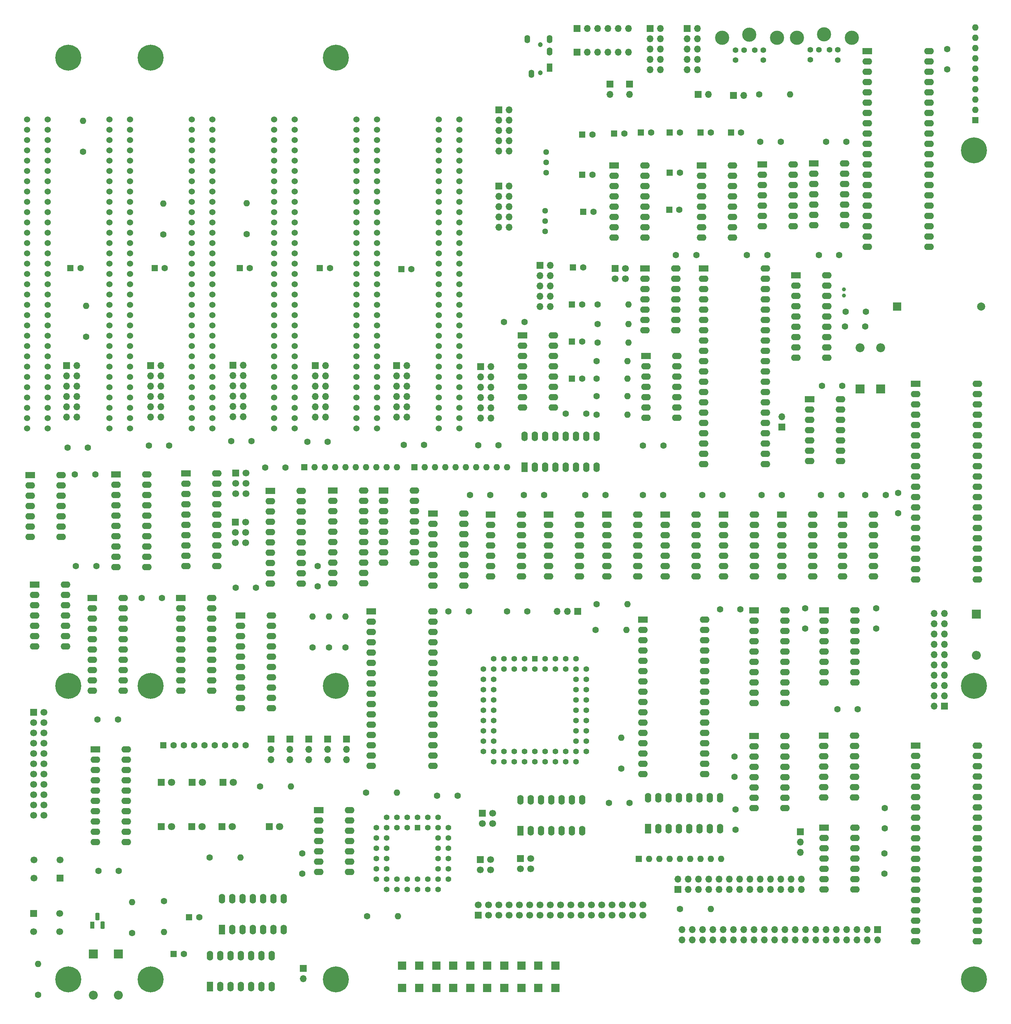
<source format=gts>
%TF.GenerationSoftware,KiCad,Pcbnew,9.0.2*%
%TF.CreationDate,2025-11-30T17:08:26-06:00*%
%TF.ProjectId,N8PC,4e385043-2e6b-4696-9361-645f70636258,6/20/2025 004*%
%TF.SameCoordinates,Original*%
%TF.FileFunction,Soldermask,Top*%
%TF.FilePolarity,Negative*%
%FSLAX46Y46*%
G04 Gerber Fmt 4.6, Leading zero omitted, Abs format (unit mm)*
G04 Created by KiCad (PCBNEW 9.0.2) date 2025-11-30 17:08:26*
%MOMM*%
%LPD*%
G01*
G04 APERTURE LIST*
G04 Aperture macros list*
%AMRoundRect*
0 Rectangle with rounded corners*
0 $1 Rounding radius*
0 $2 $3 $4 $5 $6 $7 $8 $9 X,Y pos of 4 corners*
0 Add a 4 corners polygon primitive as box body*
4,1,4,$2,$3,$4,$5,$6,$7,$8,$9,$2,$3,0*
0 Add four circle primitives for the rounded corners*
1,1,$1+$1,$2,$3*
1,1,$1+$1,$4,$5*
1,1,$1+$1,$6,$7*
1,1,$1+$1,$8,$9*
0 Add four rect primitives between the rounded corners*
20,1,$1+$1,$2,$3,$4,$5,0*
20,1,$1+$1,$4,$5,$6,$7,0*
20,1,$1+$1,$6,$7,$8,$9,0*
20,1,$1+$1,$8,$9,$2,$3,0*%
G04 Aperture macros list end*
%ADD10R,1.700000X1.700000*%
%ADD11C,1.700000*%
%ADD12O,1.700000X1.700000*%
%ADD13C,1.600000*%
%ADD14O,1.600000X1.600000*%
%ADD15R,2.400000X1.600000*%
%ADD16O,2.400000X1.600000*%
%ADD17R,1.600000X2.400000*%
%ADD18O,1.600000X2.400000*%
%ADD19R,2.200000X2.200000*%
%ADD20O,2.200000X2.200000*%
%ADD21R,1.600000X1.600000*%
%ADD22C,1.000000*%
%ADD23C,3.600000*%
%ADD24C,6.400000*%
%ADD25R,2.125980X2.125980*%
%ADD26C,1.422400*%
%ADD27C,3.497580*%
%ADD28C,1.524000*%
%ADD29R,1.800000X1.800000*%
%ADD30C,1.800000*%
%ADD31C,1.440000*%
%ADD32R,2.000000X2.000000*%
%ADD33C,2.000000*%
%ADD34O,1.400000X2.000000*%
%ADD35C,1.200000*%
%ADD36R,1.400000X2.000000*%
%ADD37R,1.422400X1.422400*%
%ADD38R,1.100000X1.800000*%
%ADD39RoundRect,0.275000X-0.275000X-0.625000X0.275000X-0.625000X0.275000X0.625000X-0.275000X0.625000X0*%
G04 APERTURE END LIST*
D10*
%TO.C,SW1*%
X74422000Y-277440000D03*
D11*
X80922000Y-277440000D03*
X74422000Y-281940000D03*
X80922000Y-281940000D03*
%TD*%
D10*
%TO.C,SW2*%
X81006000Y-268744000D03*
D11*
X74506000Y-268744000D03*
X81006000Y-264244000D03*
X74506000Y-264244000D03*
%TD*%
D10*
%TO.C,P12*%
X140988600Y-291033600D03*
D12*
X140988600Y-293573600D03*
%TD*%
D10*
%TO.C,JP3*%
X247142000Y-75692000D03*
D12*
X249682000Y-75692000D03*
%TD*%
D13*
%TO.C,R6*%
X86638000Y-89628000D03*
D14*
X86638000Y-82008000D03*
%TD*%
D13*
%TO.C,R7*%
X143256000Y-211836000D03*
D14*
X143256000Y-204216000D03*
%TD*%
D13*
%TO.C,R4*%
X253492000Y-75438000D03*
D14*
X261112000Y-75438000D03*
%TD*%
D13*
%TO.C,R1*%
X106654600Y-274396200D03*
D14*
X106654600Y-282016200D03*
%TD*%
D13*
%TO.C,R3*%
X98780600Y-282321000D03*
D14*
X98780600Y-274701000D03*
%TD*%
D13*
%TO.C,R2*%
X75582200Y-297507000D03*
D14*
X75582200Y-289887000D03*
%TD*%
D10*
%TO.C,P18*%
X235712000Y-59182000D03*
D12*
X238252000Y-59182000D03*
X235712000Y-61722000D03*
X238252000Y-61722000D03*
X235712000Y-64262000D03*
X238252000Y-64262000D03*
X235712000Y-66802000D03*
X238252000Y-66802000D03*
X235712000Y-69342000D03*
X238252000Y-69342000D03*
%TD*%
D10*
%TO.C,P15*%
X199390000Y-117602000D03*
D12*
X201930000Y-117602000D03*
X199390000Y-120142000D03*
X201930000Y-120142000D03*
X199390000Y-122682000D03*
X201930000Y-122682000D03*
X199390000Y-125222000D03*
X201930000Y-125222000D03*
X199390000Y-127762000D03*
X201930000Y-127762000D03*
%TD*%
D10*
%TO.C,P1*%
X124230000Y-180930000D03*
D11*
X126770000Y-180930000D03*
X124230000Y-183470000D03*
X126770000Y-183470000D03*
X124230000Y-186010000D03*
X126770000Y-186010000D03*
%TD*%
D15*
%TO.C,U8*%
X215950800Y-179070000D03*
D16*
X215950800Y-181610000D03*
X215950800Y-184150000D03*
X215950800Y-186690000D03*
X215950800Y-189230000D03*
X215950800Y-191770000D03*
X215950800Y-194310000D03*
X223570800Y-194310000D03*
X223570800Y-191770000D03*
X223570800Y-189230000D03*
X223570800Y-186690000D03*
X223570800Y-184150000D03*
X223570800Y-181610000D03*
X223570800Y-179070000D03*
%TD*%
D15*
%TO.C,U48*%
X239776000Y-118364000D03*
D16*
X239776000Y-120904000D03*
X239776000Y-123444000D03*
X239776000Y-125984000D03*
X239776000Y-128524000D03*
X239776000Y-131064000D03*
X239776000Y-133604000D03*
X239776000Y-136144000D03*
X239776000Y-138684000D03*
X239776000Y-141224000D03*
X239776000Y-143764000D03*
X239776000Y-146304000D03*
X239776000Y-148844000D03*
X239776000Y-151384000D03*
X239776000Y-153924000D03*
X239776000Y-156464000D03*
X239776000Y-159004000D03*
X239776000Y-161544000D03*
X239776000Y-164084000D03*
X239776000Y-166624000D03*
X255016000Y-166624000D03*
X255016000Y-164084000D03*
X255016000Y-161544000D03*
X255016000Y-159004000D03*
X255016000Y-156464000D03*
X255016000Y-153924000D03*
X255016000Y-151384000D03*
X255016000Y-148844000D03*
X255016000Y-146304000D03*
X255016000Y-143764000D03*
X255016000Y-141224000D03*
X255016000Y-138684000D03*
X255016000Y-136144000D03*
X255016000Y-133604000D03*
X255016000Y-131064000D03*
X255016000Y-128524000D03*
X255016000Y-125984000D03*
X255016000Y-123444000D03*
X255016000Y-120904000D03*
X255016000Y-118364000D03*
%TD*%
D15*
%TO.C,U38*%
X292126000Y-236042000D03*
D16*
X292126000Y-238582000D03*
X292126000Y-241122000D03*
X292126000Y-243662000D03*
X292126000Y-246202000D03*
X292126000Y-248742000D03*
X292126000Y-251282000D03*
X292126000Y-253822000D03*
X292126000Y-256362000D03*
X292126000Y-258902000D03*
X292126000Y-261442000D03*
X292126000Y-263982000D03*
X292126000Y-266522000D03*
X292126000Y-269062000D03*
X292126000Y-271602000D03*
X292126000Y-274142000D03*
X292126000Y-276682000D03*
X292126000Y-279222000D03*
X292126000Y-281762000D03*
X292126000Y-284302000D03*
X307366000Y-284302000D03*
X307366000Y-281762000D03*
X307366000Y-279222000D03*
X307366000Y-276682000D03*
X307366000Y-274142000D03*
X307366000Y-271602000D03*
X307366000Y-269062000D03*
X307366000Y-266522000D03*
X307366000Y-263982000D03*
X307366000Y-261442000D03*
X307366000Y-258902000D03*
X307366000Y-256362000D03*
X307366000Y-253822000D03*
X307366000Y-251282000D03*
X307366000Y-248742000D03*
X307366000Y-246202000D03*
X307366000Y-243662000D03*
X307366000Y-241122000D03*
X307366000Y-238582000D03*
X307366000Y-236042000D03*
%TD*%
D15*
%TO.C,U39*%
X269488000Y-233594000D03*
D16*
X269488000Y-236134000D03*
X269488000Y-238674000D03*
X269488000Y-241214000D03*
X269488000Y-243754000D03*
X269488000Y-246294000D03*
X269488000Y-248834000D03*
X277108000Y-248834000D03*
X277108000Y-246294000D03*
X277108000Y-243754000D03*
X277108000Y-241214000D03*
X277108000Y-238674000D03*
X277108000Y-236134000D03*
X277108000Y-233594000D03*
%TD*%
D15*
%TO.C,U34*%
X225298000Y-118364000D03*
D16*
X225298000Y-120904000D03*
X225298000Y-123444000D03*
X225298000Y-125984000D03*
X225298000Y-128524000D03*
X225298000Y-131064000D03*
X225298000Y-133604000D03*
X232918000Y-133604000D03*
X232918000Y-131064000D03*
X232918000Y-128524000D03*
X232918000Y-125984000D03*
X232918000Y-123444000D03*
X232918000Y-120904000D03*
X232918000Y-118364000D03*
%TD*%
D15*
%TO.C,U49*%
X265938000Y-150622000D03*
D16*
X265938000Y-153162000D03*
X265938000Y-155702000D03*
X265938000Y-158242000D03*
X265938000Y-160782000D03*
X265938000Y-163322000D03*
X265938000Y-165862000D03*
X273558000Y-165862000D03*
X273558000Y-163322000D03*
X273558000Y-160782000D03*
X273558000Y-158242000D03*
X273558000Y-155702000D03*
X273558000Y-153162000D03*
X273558000Y-150622000D03*
%TD*%
D17*
%TO.C,U19*%
X117950800Y-295534400D03*
D18*
X120490800Y-295534400D03*
X123030800Y-295534400D03*
X125570800Y-295534400D03*
X128110800Y-295534400D03*
X130650800Y-295534400D03*
X133190800Y-295534400D03*
X133190800Y-287914400D03*
X130650800Y-287914400D03*
X128110800Y-287914400D03*
X125570800Y-287914400D03*
X123030800Y-287914400D03*
X120490800Y-287914400D03*
X117950800Y-287914400D03*
%TD*%
D15*
%TO.C,P14*%
X73654000Y-169332000D03*
D16*
X73654000Y-171872000D03*
X73654000Y-174412000D03*
X73654000Y-176952000D03*
X73654000Y-179492000D03*
X73654000Y-182032000D03*
X73654000Y-184572000D03*
X81274000Y-184572000D03*
X81274000Y-182032000D03*
X81274000Y-179492000D03*
X81274000Y-176952000D03*
X81274000Y-174412000D03*
X81274000Y-171872000D03*
X81274000Y-169332000D03*
%TD*%
D15*
%TO.C,U7*%
X230327200Y-179070000D03*
D16*
X230327200Y-181610000D03*
X230327200Y-184150000D03*
X230327200Y-186690000D03*
X230327200Y-189230000D03*
X230327200Y-191770000D03*
X230327200Y-194310000D03*
X237947200Y-194310000D03*
X237947200Y-191770000D03*
X237947200Y-189230000D03*
X237947200Y-186690000D03*
X237947200Y-184150000D03*
X237947200Y-181610000D03*
X237947200Y-179070000D03*
%TD*%
D19*
%TO.C,D2*%
X89197800Y-287453400D03*
D20*
X89197800Y-297613400D03*
%TD*%
D19*
%TO.C,D1*%
X95395400Y-287453400D03*
D20*
X95395400Y-297613400D03*
%TD*%
D13*
%TO.C,C29*%
X123259400Y-160990600D03*
X128259400Y-160990600D03*
%TD*%
%TO.C,C46*%
X102934600Y-162030600D03*
X107934600Y-162030600D03*
%TD*%
%TO.C,C44*%
X239481600Y-174244000D03*
X244481600Y-174244000D03*
%TD*%
%TO.C,C39*%
X224870000Y-162052000D03*
X229870000Y-162052000D03*
%TD*%
%TO.C,C36*%
X124292000Y-197104000D03*
X129292000Y-197104000D03*
%TD*%
%TO.C,C25*%
X216488000Y-250190000D03*
X221488000Y-250190000D03*
%TD*%
%TO.C,C48*%
X82868600Y-162589400D03*
X87868600Y-162589400D03*
%TD*%
%TO.C,C50*%
X254146800Y-174244000D03*
X259146800Y-174244000D03*
%TD*%
%TO.C,C52*%
X144530000Y-191800000D03*
X144530000Y-196800000D03*
%TD*%
%TO.C,C54*%
X275036000Y-87098000D03*
X270036000Y-87098000D03*
%TD*%
D21*
%TO.C,C62*%
X209844000Y-85344000D03*
D13*
X212344000Y-85344000D03*
%TD*%
D21*
%TO.C,C58*%
X224322000Y-84836000D03*
D13*
X226822000Y-84836000D03*
%TD*%
%TO.C,C24*%
X268270000Y-115086000D03*
X273270000Y-115086000D03*
%TD*%
%TO.C,C23*%
X268986000Y-147320000D03*
X273986000Y-147320000D03*
%TD*%
%TO.C,C27*%
X284504000Y-256494000D03*
X284504000Y-251494000D03*
%TD*%
%TO.C,C19*%
X264898000Y-202230000D03*
X264898000Y-207230000D03*
%TD*%
%TO.C,C31*%
X284456000Y-262682000D03*
X284456000Y-267682000D03*
%TD*%
%TO.C,C38*%
X182164000Y-174268000D03*
X187164000Y-174268000D03*
%TD*%
%TO.C,C15*%
X90470000Y-266978000D03*
X95470000Y-266978000D03*
%TD*%
%TO.C,C11*%
X136630000Y-167520000D03*
X131630000Y-167520000D03*
%TD*%
%TO.C,C7*%
X210612000Y-174268000D03*
X215612000Y-174268000D03*
%TD*%
%TO.C,C20*%
X224816400Y-174244000D03*
X229816400Y-174244000D03*
%TD*%
%TO.C,C16*%
X174070000Y-248412000D03*
X179070000Y-248412000D03*
%TD*%
%TO.C,C12*%
X140716000Y-267636000D03*
X140716000Y-262636000D03*
%TD*%
%TO.C,C8*%
X268812000Y-174244000D03*
X273812000Y-174244000D03*
%TD*%
%TO.C,C5*%
X205820000Y-154178000D03*
X210820000Y-154178000D03*
%TD*%
%TO.C,C13*%
X195580000Y-131572000D03*
X190580000Y-131572000D03*
%TD*%
%TO.C,C21*%
X165825000Y-161929000D03*
X170825000Y-161929000D03*
%TD*%
D21*
%TO.C,C61*%
X217718000Y-85090000D03*
D13*
X220218000Y-85090000D03*
%TD*%
D21*
%TO.C,C35*%
X109006000Y-287426400D03*
D13*
X111506000Y-287426400D03*
%TD*%
D21*
%TO.C,C2*%
X83523000Y-118267800D03*
D13*
X86023000Y-118267800D03*
%TD*%
D21*
%TO.C,C3*%
X125310000Y-118267800D03*
D13*
X127810000Y-118267800D03*
%TD*%
D21*
%TO.C,C28*%
X112816000Y-278384000D03*
D13*
X115316000Y-278384000D03*
%TD*%
D21*
%TO.C,C63*%
X209844000Y-95250000D03*
D13*
X212344000Y-95250000D03*
%TD*%
D21*
%TO.C,C4*%
X104329600Y-118267800D03*
D13*
X106829600Y-118267800D03*
%TD*%
D21*
%TO.C,C1*%
X145103400Y-118267800D03*
D13*
X147603400Y-118267800D03*
%TD*%
D21*
%TO.C,C64*%
X210098000Y-104394000D03*
D13*
X212598000Y-104394000D03*
%TD*%
D22*
%TO.C,X1*%
X274411400Y-125063600D03*
X274411400Y-123563600D03*
%TD*%
D23*
%TO.C,P6*%
X149040400Y-66372400D03*
D24*
X149040400Y-66372400D03*
%TD*%
D23*
%TO.C,P5*%
X83000400Y-293702400D03*
D24*
X83000400Y-293702400D03*
%TD*%
D23*
%TO.C,P3*%
X103320400Y-293702400D03*
D24*
X103320400Y-293702400D03*
%TD*%
D23*
%TO.C,P2*%
X103320400Y-66372400D03*
D24*
X103320400Y-66372400D03*
%TD*%
D23*
%TO.C,P7*%
X83000400Y-66372400D03*
D24*
X83000400Y-66372400D03*
%TD*%
D25*
%TO.C,P11*%
X203221100Y-295829020D03*
X203221100Y-290327380D03*
X199019940Y-295829020D03*
X199019940Y-290327380D03*
X194821320Y-295829020D03*
X194821320Y-290327380D03*
X190620160Y-295829020D03*
X190620160Y-290327380D03*
X186421540Y-295829020D03*
X186421540Y-290327380D03*
X182220380Y-295829020D03*
X182220380Y-290327380D03*
X178021760Y-295829020D03*
X178021760Y-290327380D03*
X173820600Y-295829020D03*
X173820600Y-290327380D03*
X169621980Y-295829020D03*
X169621980Y-290327380D03*
X165420820Y-295829020D03*
X165420820Y-290327380D03*
%TD*%
D13*
%TO.C,C37*%
X195486000Y-174244000D03*
X200486000Y-174244000D03*
%TD*%
%TO.C,C6*%
X84916000Y-191770000D03*
X89916000Y-191770000D03*
%TD*%
%TO.C,C10*%
X176864000Y-202946000D03*
X181864000Y-202946000D03*
%TD*%
%TO.C,C18*%
X253826000Y-87122000D03*
X258826000Y-87122000D03*
%TD*%
%TO.C,C22*%
X282424000Y-202230000D03*
X282424000Y-207230000D03*
%TD*%
%TO.C,C26*%
X279734000Y-174244000D03*
X284734000Y-174244000D03*
%TD*%
%TO.C,C30*%
X232998000Y-115062000D03*
X237998000Y-115062000D03*
%TD*%
%TO.C,C33*%
X299950000Y-64308000D03*
X299950000Y-69308000D03*
%TD*%
%TO.C,C40*%
X243886000Y-202462000D03*
X248886000Y-202462000D03*
%TD*%
%TO.C,C43*%
X142050600Y-161116200D03*
X147050600Y-161116200D03*
%TD*%
%TO.C,C45*%
X191308000Y-202970000D03*
X196308000Y-202970000D03*
%TD*%
%TO.C,C47*%
X101138000Y-199668000D03*
X106138000Y-199668000D03*
%TD*%
%TO.C,C49*%
X90250000Y-229616000D03*
X95250000Y-229616000D03*
%TD*%
%TO.C,C51*%
X247396000Y-243760000D03*
X247396000Y-238760000D03*
%TD*%
%TO.C,C53*%
X272796000Y-227076000D03*
X277796000Y-227076000D03*
%TD*%
D15*
%TO.C,U26*%
X266954000Y-92456000D03*
D16*
X266954000Y-94996000D03*
X266954000Y-97536000D03*
X266954000Y-100076000D03*
X266954000Y-102616000D03*
X266954000Y-105156000D03*
X266954000Y-107696000D03*
X274574000Y-107696000D03*
X274574000Y-105156000D03*
X274574000Y-102616000D03*
X274574000Y-100076000D03*
X274574000Y-97536000D03*
X274574000Y-94996000D03*
X274574000Y-92456000D03*
%TD*%
D15*
%TO.C,U2*%
X244703600Y-179070000D03*
D16*
X244703600Y-181610000D03*
X244703600Y-184150000D03*
X244703600Y-186690000D03*
X244703600Y-189230000D03*
X244703600Y-191770000D03*
X244703600Y-194310000D03*
X252323600Y-194310000D03*
X252323600Y-191770000D03*
X252323600Y-189230000D03*
X252323600Y-186690000D03*
X252323600Y-184150000D03*
X252323600Y-181610000D03*
X252323600Y-179070000D03*
%TD*%
D15*
%TO.C,U25*%
X280162000Y-64770000D03*
D16*
X280162000Y-67310000D03*
X280162000Y-69850000D03*
X280162000Y-72390000D03*
X280162000Y-74930000D03*
X280162000Y-77470000D03*
X280162000Y-80010000D03*
X280162000Y-82550000D03*
X280162000Y-85090000D03*
X280162000Y-87630000D03*
X280162000Y-90170000D03*
X280162000Y-92710000D03*
X280162000Y-95250000D03*
X280162000Y-97790000D03*
X280162000Y-100330000D03*
X280162000Y-102870000D03*
X280162000Y-105410000D03*
X280162000Y-107950000D03*
X280162000Y-110490000D03*
X280162000Y-113030000D03*
X295402000Y-113030000D03*
X295402000Y-110490000D03*
X295402000Y-107950000D03*
X295402000Y-105410000D03*
X295402000Y-102870000D03*
X295402000Y-100330000D03*
X295402000Y-97790000D03*
X295402000Y-95250000D03*
X295402000Y-92710000D03*
X295402000Y-90170000D03*
X295402000Y-87630000D03*
X295402000Y-85090000D03*
X295402000Y-82550000D03*
X295402000Y-80010000D03*
X295402000Y-77470000D03*
X295402000Y-74930000D03*
X295402000Y-72390000D03*
X295402000Y-69850000D03*
X295402000Y-67310000D03*
X295402000Y-64770000D03*
%TD*%
D15*
%TO.C,U4*%
X112014000Y-168910000D03*
D16*
X112014000Y-171450000D03*
X112014000Y-173990000D03*
X112014000Y-176530000D03*
X112014000Y-179070000D03*
X112014000Y-181610000D03*
X112014000Y-184150000D03*
X112014000Y-186690000D03*
X112014000Y-189230000D03*
X112014000Y-191770000D03*
X119634000Y-191770000D03*
X119634000Y-189230000D03*
X119634000Y-186690000D03*
X119634000Y-184150000D03*
X119634000Y-181610000D03*
X119634000Y-179070000D03*
X119634000Y-176530000D03*
X119634000Y-173990000D03*
X119634000Y-171450000D03*
X119634000Y-168910000D03*
%TD*%
D15*
%TO.C,U6*%
X74676000Y-196342000D03*
D16*
X74676000Y-198882000D03*
X74676000Y-201422000D03*
X74676000Y-203962000D03*
X74676000Y-206502000D03*
X74676000Y-209042000D03*
X74676000Y-211582000D03*
X82296000Y-211582000D03*
X82296000Y-209042000D03*
X82296000Y-206502000D03*
X82296000Y-203962000D03*
X82296000Y-201422000D03*
X82296000Y-198882000D03*
X82296000Y-196342000D03*
%TD*%
D15*
%TO.C,U5*%
X225552000Y-139954000D03*
D16*
X225552000Y-142494000D03*
X225552000Y-145034000D03*
X225552000Y-147574000D03*
X225552000Y-150114000D03*
X225552000Y-152654000D03*
X225552000Y-155194000D03*
X233172000Y-155194000D03*
X233172000Y-152654000D03*
X233172000Y-150114000D03*
X233172000Y-147574000D03*
X233172000Y-145034000D03*
X233172000Y-142494000D03*
X233172000Y-139954000D03*
%TD*%
D15*
%TO.C,U35*%
X239268000Y-92964000D03*
D16*
X239268000Y-95504000D03*
X239268000Y-98044000D03*
X239268000Y-100584000D03*
X239268000Y-103124000D03*
X239268000Y-105664000D03*
X239268000Y-108204000D03*
X239268000Y-110744000D03*
X246888000Y-110744000D03*
X246888000Y-108204000D03*
X246888000Y-105664000D03*
X246888000Y-103124000D03*
X246888000Y-100584000D03*
X246888000Y-98044000D03*
X246888000Y-95504000D03*
X246888000Y-92964000D03*
%TD*%
D13*
%TO.C,R5*%
X117856000Y-263652000D03*
D14*
X125476000Y-263652000D03*
%TD*%
D13*
%TO.C,C41*%
X247650000Y-251794000D03*
X247650000Y-256794000D03*
%TD*%
D21*
%TO.C,C109*%
X207304000Y-136398000D03*
D13*
X209804000Y-136398000D03*
%TD*%
%TO.C,C32*%
X184175400Y-161950400D03*
X189175400Y-161950400D03*
%TD*%
D21*
%TO.C,C72*%
X246551000Y-84829000D03*
D13*
X249051000Y-84829000D03*
%TD*%
D26*
%TO.C,J16*%
X249811560Y-64515980D03*
X252407440Y-64515980D03*
X247710980Y-64515980D03*
X254508020Y-64515980D03*
X247710980Y-66964540D03*
X254508020Y-67015340D03*
D27*
X257909080Y-61516240D03*
X251109500Y-60718680D03*
X244360720Y-61516240D03*
%TD*%
D23*
%TO.C,P21*%
X306520400Y-89232400D03*
D24*
X306520400Y-89232400D03*
%TD*%
D15*
%TO.C,U68*%
X172974000Y-178816000D03*
D16*
X172974000Y-181356000D03*
X172974000Y-183896000D03*
X172974000Y-186436000D03*
X172974000Y-188976000D03*
X172974000Y-191516000D03*
X172974000Y-194056000D03*
X172974000Y-196596000D03*
X180594000Y-196596000D03*
X180594000Y-194056000D03*
X180594000Y-191516000D03*
X180594000Y-188976000D03*
X180594000Y-186436000D03*
X180594000Y-183896000D03*
X180594000Y-181356000D03*
X180594000Y-178816000D03*
%TD*%
D15*
%TO.C,U47*%
X262575000Y-120110600D03*
D16*
X262575000Y-122650600D03*
X262575000Y-125190600D03*
X262575000Y-127730600D03*
X262575000Y-130270600D03*
X262575000Y-132810600D03*
X262575000Y-135350600D03*
X262575000Y-137890600D03*
X262575000Y-140430600D03*
X270195000Y-140430600D03*
X270195000Y-137890600D03*
X270195000Y-135350600D03*
X270195000Y-132810600D03*
X270195000Y-130270600D03*
X270195000Y-127730600D03*
X270195000Y-125190600D03*
X270195000Y-122650600D03*
X270195000Y-120110600D03*
%TD*%
D15*
%TO.C,U32*%
X252222000Y-233680000D03*
D16*
X252222000Y-236220000D03*
X252222000Y-238760000D03*
X252222000Y-241300000D03*
X252222000Y-243840000D03*
X252222000Y-246380000D03*
X252222000Y-248920000D03*
X252222000Y-251460000D03*
X259842000Y-251460000D03*
X259842000Y-248920000D03*
X259842000Y-246380000D03*
X259842000Y-243840000D03*
X259842000Y-241300000D03*
X259842000Y-238760000D03*
X259842000Y-236220000D03*
X259842000Y-233680000D03*
%TD*%
D10*
%TO.C,J18*%
X216662000Y-72898000D03*
D12*
X216662000Y-75438000D03*
%TD*%
D13*
%TO.C,R8*%
X213360000Y-201168000D03*
D14*
X220980000Y-201168000D03*
%TD*%
D28*
%TO.C,J14*%
X174465800Y-81666400D03*
X174465800Y-84206400D03*
X174465800Y-86746400D03*
X174465800Y-89286400D03*
X174465800Y-91826400D03*
X174465800Y-94366400D03*
X174465800Y-96906400D03*
X174465800Y-99446400D03*
X174465800Y-101986400D03*
X174465800Y-104526400D03*
X174465800Y-107066400D03*
X174465800Y-109606400D03*
X174465800Y-112146400D03*
X174465800Y-114686400D03*
X174465800Y-117226400D03*
X174465800Y-119766400D03*
X174465800Y-122306400D03*
X174465800Y-124846400D03*
X174465800Y-127386400D03*
X174465800Y-129926400D03*
X174465800Y-132466400D03*
X174465800Y-135006400D03*
X174465800Y-137546400D03*
X174465800Y-140086400D03*
X174465800Y-142626400D03*
X174465800Y-145166400D03*
X174465800Y-147706400D03*
X174465800Y-150246400D03*
X174465800Y-152786400D03*
X174465800Y-155326400D03*
X174465800Y-157866400D03*
X179545800Y-81666400D03*
X179545800Y-84206400D03*
X179545800Y-86746400D03*
X179545800Y-89286400D03*
X179545800Y-91826400D03*
X179545800Y-94366400D03*
X179545800Y-96906400D03*
X179545800Y-99446400D03*
X179545800Y-101986400D03*
X179545800Y-104526400D03*
X179545800Y-107066400D03*
X179545800Y-109606400D03*
X179545800Y-112146400D03*
X179545800Y-114686400D03*
X179545800Y-117226400D03*
X179545800Y-119766400D03*
X179545800Y-122306400D03*
X179545800Y-124846400D03*
X179545800Y-127386400D03*
X179545800Y-129926400D03*
X179545800Y-132466400D03*
X179545800Y-135006400D03*
X179545800Y-137546400D03*
X179545800Y-140086400D03*
X179545800Y-142626400D03*
X179545800Y-145166400D03*
X179545800Y-147706400D03*
X179545800Y-150246400D03*
X179545800Y-152786400D03*
X179545800Y-155326400D03*
X179545800Y-157866400D03*
%TD*%
D13*
%TO.C,R36*%
X233968000Y-276376000D03*
D14*
X241588000Y-276376000D03*
%TD*%
D10*
%TO.C,J2*%
X103308800Y-142372400D03*
D12*
X105848800Y-142372400D03*
X103308800Y-144912400D03*
X105848800Y-144912400D03*
X103308800Y-147452400D03*
X105848800Y-147452400D03*
X103308800Y-149992400D03*
X105848800Y-149992400D03*
X103308800Y-152532400D03*
X105848800Y-152532400D03*
X103308800Y-155072400D03*
X105848800Y-155072400D03*
%TD*%
D13*
%TO.C,R13*%
X127024000Y-109948000D03*
D14*
X127024000Y-102328000D03*
%TD*%
D28*
%TO.C,J10*%
X154145800Y-81666400D03*
X154145800Y-84206400D03*
X154145800Y-86746400D03*
X154145800Y-89286400D03*
X154145800Y-91826400D03*
X154145800Y-94366400D03*
X154145800Y-96906400D03*
X154145800Y-99446400D03*
X154145800Y-101986400D03*
X154145800Y-104526400D03*
X154145800Y-107066400D03*
X154145800Y-109606400D03*
X154145800Y-112146400D03*
X154145800Y-114686400D03*
X154145800Y-117226400D03*
X154145800Y-119766400D03*
X154145800Y-122306400D03*
X154145800Y-124846400D03*
X154145800Y-127386400D03*
X154145800Y-129926400D03*
X154145800Y-132466400D03*
X154145800Y-135006400D03*
X154145800Y-137546400D03*
X154145800Y-140086400D03*
X154145800Y-142626400D03*
X154145800Y-145166400D03*
X154145800Y-147706400D03*
X154145800Y-150246400D03*
X154145800Y-152786400D03*
X154145800Y-155326400D03*
X154145800Y-157866400D03*
X159225800Y-81666400D03*
X159225800Y-84206400D03*
X159225800Y-86746400D03*
X159225800Y-89286400D03*
X159225800Y-91826400D03*
X159225800Y-94366400D03*
X159225800Y-96906400D03*
X159225800Y-99446400D03*
X159225800Y-101986400D03*
X159225800Y-104526400D03*
X159225800Y-107066400D03*
X159225800Y-109606400D03*
X159225800Y-112146400D03*
X159225800Y-114686400D03*
X159225800Y-117226400D03*
X159225800Y-119766400D03*
X159225800Y-122306400D03*
X159225800Y-124846400D03*
X159225800Y-127386400D03*
X159225800Y-129926400D03*
X159225800Y-132466400D03*
X159225800Y-135006400D03*
X159225800Y-137546400D03*
X159225800Y-140086400D03*
X159225800Y-142626400D03*
X159225800Y-145166400D03*
X159225800Y-147706400D03*
X159225800Y-150246400D03*
X159225800Y-152786400D03*
X159225800Y-155326400D03*
X159225800Y-157866400D03*
%TD*%
D15*
%TO.C,U3*%
X110744000Y-199644000D03*
D16*
X110744000Y-202184000D03*
X110744000Y-204724000D03*
X110744000Y-207264000D03*
X110744000Y-209804000D03*
X110744000Y-212344000D03*
X110744000Y-214884000D03*
X110744000Y-217424000D03*
X110744000Y-219964000D03*
X110744000Y-222504000D03*
X118364000Y-222504000D03*
X118364000Y-219964000D03*
X118364000Y-217424000D03*
X118364000Y-214884000D03*
X118364000Y-212344000D03*
X118364000Y-209804000D03*
X118364000Y-207264000D03*
X118364000Y-204724000D03*
X118364000Y-202184000D03*
X118364000Y-199644000D03*
%TD*%
D10*
%TO.C,P13*%
X226568000Y-59182000D03*
D12*
X229108000Y-59182000D03*
X226568000Y-61722000D03*
X229108000Y-61722000D03*
X226568000Y-64262000D03*
X229108000Y-64262000D03*
X226568000Y-66802000D03*
X229108000Y-66802000D03*
X226568000Y-69342000D03*
X229108000Y-69342000D03*
%TD*%
D13*
%TO.C,R19*%
X213360000Y-141224000D03*
D14*
X220980000Y-141224000D03*
%TD*%
D15*
%TO.C,U55*%
X252222000Y-202692000D03*
D16*
X252222000Y-205232000D03*
X252222000Y-207772000D03*
X252222000Y-210312000D03*
X252222000Y-212852000D03*
X252222000Y-215392000D03*
X252222000Y-217932000D03*
X252222000Y-220472000D03*
X252222000Y-223012000D03*
X252222000Y-225552000D03*
X259842000Y-225552000D03*
X259842000Y-223012000D03*
X259842000Y-220472000D03*
X259842000Y-217932000D03*
X259842000Y-215392000D03*
X259842000Y-212852000D03*
X259842000Y-210312000D03*
X259842000Y-207772000D03*
X259842000Y-205232000D03*
X259842000Y-202692000D03*
%TD*%
D23*
%TO.C,P23*%
X103320400Y-221312400D03*
D24*
X103320400Y-221312400D03*
%TD*%
D10*
%TO.C,J9*%
X164001000Y-142347000D03*
D12*
X166541000Y-142347000D03*
X164001000Y-144887000D03*
X166541000Y-144887000D03*
X164001000Y-147427000D03*
X166541000Y-147427000D03*
X164001000Y-149967000D03*
X166541000Y-149967000D03*
X164001000Y-152507000D03*
X166541000Y-152507000D03*
X164001000Y-155047000D03*
X166541000Y-155047000D03*
%TD*%
D19*
%TO.C,D3*%
X283464000Y-148082000D03*
D20*
X283464000Y-137922000D03*
%TD*%
D29*
%TO.C,D11*%
X113452000Y-256033000D03*
D30*
X115992000Y-256033000D03*
%TD*%
D10*
%TO.C,K17*%
X208780000Y-202924000D03*
D12*
X206240000Y-202924000D03*
X203700000Y-202924000D03*
%TD*%
D26*
%TO.C,J15*%
X268254460Y-64467780D03*
X270850340Y-64467780D03*
X266153880Y-64467780D03*
X272950920Y-64467780D03*
X266153880Y-66916340D03*
X272950920Y-66967140D03*
D27*
X276351980Y-61468040D03*
X269552400Y-60670480D03*
X262803620Y-61468040D03*
%TD*%
D13*
%TO.C,C60*%
X274669200Y-132709000D03*
X279669200Y-132709000D03*
%TD*%
%TO.C,R42*%
X219480000Y-241774000D03*
D14*
X219480000Y-234154000D03*
%TD*%
D17*
%TO.C,U58*%
X226084000Y-256574000D03*
D18*
X228624000Y-256574000D03*
X231164000Y-256574000D03*
X233704000Y-256574000D03*
X236244000Y-256574000D03*
X238784000Y-256574000D03*
X241324000Y-256574000D03*
X243864000Y-256574000D03*
X243864000Y-248954000D03*
X241324000Y-248954000D03*
X238784000Y-248954000D03*
X236244000Y-248954000D03*
X233704000Y-248954000D03*
X231164000Y-248954000D03*
X228624000Y-248954000D03*
X226084000Y-248954000D03*
%TD*%
D23*
%TO.C,P10*%
X306520400Y-293702400D03*
D24*
X306520400Y-293702400D03*
%TD*%
D17*
%TO.C,U12*%
X120904000Y-281432000D03*
D18*
X123444000Y-281432000D03*
X125984000Y-281432000D03*
X128524000Y-281432000D03*
X131064000Y-281432000D03*
X133604000Y-281432000D03*
X136144000Y-281432000D03*
X136144000Y-273812000D03*
X133604000Y-273812000D03*
X131064000Y-273812000D03*
X128524000Y-273812000D03*
X125984000Y-273812000D03*
X123444000Y-273812000D03*
X120904000Y-273812000D03*
%TD*%
D21*
%TO.C,C17*%
X165216200Y-118541800D03*
D13*
X167716200Y-118541800D03*
%TD*%
%TO.C,R46*%
X156464000Y-247650000D03*
D14*
X164084000Y-247650000D03*
%TD*%
D29*
%TO.C,D6*%
X132588000Y-256032000D03*
D30*
X135128000Y-256032000D03*
%TD*%
D31*
%TO.C,RV1*%
X200914000Y-89662000D03*
X200914000Y-92202000D03*
X200914000Y-94742000D03*
%TD*%
D21*
%TO.C,C55*%
X239054000Y-84836000D03*
D13*
X241554000Y-84836000D03*
%TD*%
D28*
%TO.C,J8*%
X133825800Y-81666400D03*
X133825800Y-84206400D03*
X133825800Y-86746400D03*
X133825800Y-89286400D03*
X133825800Y-91826400D03*
X133825800Y-94366400D03*
X133825800Y-96906400D03*
X133825800Y-99446400D03*
X133825800Y-101986400D03*
X133825800Y-104526400D03*
X133825800Y-107066400D03*
X133825800Y-109606400D03*
X133825800Y-112146400D03*
X133825800Y-114686400D03*
X133825800Y-117226400D03*
X133825800Y-119766400D03*
X133825800Y-122306400D03*
X133825800Y-124846400D03*
X133825800Y-127386400D03*
X133825800Y-129926400D03*
X133825800Y-132466400D03*
X133825800Y-135006400D03*
X133825800Y-137546400D03*
X133825800Y-140086400D03*
X133825800Y-142626400D03*
X133825800Y-145166400D03*
X133825800Y-147706400D03*
X133825800Y-150246400D03*
X133825800Y-152786400D03*
X133825800Y-155326400D03*
X133825800Y-157866400D03*
X138905800Y-81666400D03*
X138905800Y-84206400D03*
X138905800Y-86746400D03*
X138905800Y-89286400D03*
X138905800Y-91826400D03*
X138905800Y-94366400D03*
X138905800Y-96906400D03*
X138905800Y-99446400D03*
X138905800Y-101986400D03*
X138905800Y-104526400D03*
X138905800Y-107066400D03*
X138905800Y-109606400D03*
X138905800Y-112146400D03*
X138905800Y-114686400D03*
X138905800Y-117226400D03*
X138905800Y-119766400D03*
X138905800Y-122306400D03*
X138905800Y-124846400D03*
X138905800Y-127386400D03*
X138905800Y-129926400D03*
X138905800Y-132466400D03*
X138905800Y-135006400D03*
X138905800Y-137546400D03*
X138905800Y-140086400D03*
X138905800Y-142626400D03*
X138905800Y-145166400D03*
X138905800Y-147706400D03*
X138905800Y-150246400D03*
X138905800Y-152786400D03*
X138905800Y-155326400D03*
X138905800Y-157866400D03*
%TD*%
D10*
%TO.C,J21*%
X194564000Y-263906000D03*
D11*
X197104000Y-263906000D03*
X194564000Y-266446000D03*
X197104000Y-266446000D03*
%TD*%
D23*
%TO.C,P9*%
X306520400Y-221312400D03*
D24*
X306520400Y-221312400D03*
%TD*%
D10*
%TO.C,P51*%
X189230000Y-98044000D03*
D12*
X191770000Y-98044000D03*
X189230000Y-100584000D03*
X191770000Y-100584000D03*
X189230000Y-103124000D03*
X191770000Y-103124000D03*
X189230000Y-105664000D03*
X191770000Y-105664000D03*
X189230000Y-108204000D03*
X191770000Y-108204000D03*
%TD*%
D32*
%TO.C,BT1*%
X287528000Y-127762000D03*
D33*
X308328000Y-127762000D03*
%TD*%
D19*
%TO.C,D5*%
X307162000Y-203628000D03*
D20*
X307162000Y-213788000D03*
%TD*%
D10*
%TO.C,K3*%
X133038000Y-234442000D03*
D12*
X133038000Y-236982000D03*
X133038000Y-239522000D03*
%TD*%
D34*
%TO.C,U51*%
X196276000Y-61858000D03*
D35*
X199476000Y-63158000D03*
X199476000Y-70158000D03*
D34*
X201776000Y-64858000D03*
X201776000Y-61858000D03*
X197276000Y-70358000D03*
D36*
X201776000Y-68858000D03*
%TD*%
D23*
%TO.C,P4*%
X149040400Y-293702400D03*
D24*
X149040400Y-293702400D03*
%TD*%
D15*
%TO.C,U10*%
X217678000Y-92964000D03*
D16*
X217678000Y-95504000D03*
X217678000Y-98044000D03*
X217678000Y-100584000D03*
X217678000Y-103124000D03*
X217678000Y-105664000D03*
X217678000Y-108204000D03*
X217678000Y-110744000D03*
X225298000Y-110744000D03*
X225298000Y-108204000D03*
X225298000Y-105664000D03*
X225298000Y-103124000D03*
X225298000Y-100584000D03*
X225298000Y-98044000D03*
X225298000Y-95504000D03*
X225298000Y-92964000D03*
%TD*%
D10*
%TO.C,K16*%
X146988000Y-234442000D03*
D12*
X146988000Y-236982000D03*
X146988000Y-239522000D03*
%TD*%
D15*
%TO.C,U24*%
X254254000Y-92710000D03*
D16*
X254254000Y-95250000D03*
X254254000Y-97790000D03*
X254254000Y-100330000D03*
X254254000Y-102870000D03*
X254254000Y-105410000D03*
X254254000Y-107950000D03*
X261874000Y-107950000D03*
X261874000Y-105410000D03*
X261874000Y-102870000D03*
X261874000Y-100330000D03*
X261874000Y-97790000D03*
X261874000Y-95250000D03*
X261874000Y-92710000D03*
%TD*%
D10*
%TO.C,K4*%
X137688000Y-234442000D03*
D12*
X137688000Y-236982000D03*
X137688000Y-239522000D03*
%TD*%
D28*
%TO.C,J4*%
X93185800Y-81666400D03*
X93185800Y-84206400D03*
X93185800Y-86746400D03*
X93185800Y-89286400D03*
X93185800Y-91826400D03*
X93185800Y-94366400D03*
X93185800Y-96906400D03*
X93185800Y-99446400D03*
X93185800Y-101986400D03*
X93185800Y-104526400D03*
X93185800Y-107066400D03*
X93185800Y-109606400D03*
X93185800Y-112146400D03*
X93185800Y-114686400D03*
X93185800Y-117226400D03*
X93185800Y-119766400D03*
X93185800Y-122306400D03*
X93185800Y-124846400D03*
X93185800Y-127386400D03*
X93185800Y-129926400D03*
X93185800Y-132466400D03*
X93185800Y-135006400D03*
X93185800Y-137546400D03*
X93185800Y-140086400D03*
X93185800Y-142626400D03*
X93185800Y-145166400D03*
X93185800Y-147706400D03*
X93185800Y-150246400D03*
X93185800Y-152786400D03*
X93185800Y-155326400D03*
X93185800Y-157866400D03*
X98265800Y-81666400D03*
X98265800Y-84206400D03*
X98265800Y-86746400D03*
X98265800Y-89286400D03*
X98265800Y-91826400D03*
X98265800Y-94366400D03*
X98265800Y-96906400D03*
X98265800Y-99446400D03*
X98265800Y-101986400D03*
X98265800Y-104526400D03*
X98265800Y-107066400D03*
X98265800Y-109606400D03*
X98265800Y-112146400D03*
X98265800Y-114686400D03*
X98265800Y-117226400D03*
X98265800Y-119766400D03*
X98265800Y-122306400D03*
X98265800Y-124846400D03*
X98265800Y-127386400D03*
X98265800Y-129926400D03*
X98265800Y-132466400D03*
X98265800Y-135006400D03*
X98265800Y-137546400D03*
X98265800Y-140086400D03*
X98265800Y-142626400D03*
X98265800Y-145166400D03*
X98265800Y-147706400D03*
X98265800Y-150246400D03*
X98265800Y-152786400D03*
X98265800Y-155326400D03*
X98265800Y-157866400D03*
%TD*%
D10*
%TO.C,P52*%
X189230000Y-79248000D03*
D12*
X191770000Y-79248000D03*
X189230000Y-81788000D03*
X191770000Y-81788000D03*
X189230000Y-84328000D03*
X191770000Y-84328000D03*
X189230000Y-86868000D03*
X191770000Y-86868000D03*
X189230000Y-89408000D03*
X191770000Y-89408000D03*
%TD*%
D10*
%TO.C,J19*%
X208534000Y-59182000D03*
D12*
X211074000Y-59182000D03*
X213614000Y-59182000D03*
X216154000Y-59182000D03*
X218694000Y-59182000D03*
X221234000Y-59182000D03*
%TD*%
D23*
%TO.C,P22*%
X83000400Y-221312400D03*
D24*
X83000400Y-221312400D03*
%TD*%
D19*
%TO.C,D4*%
X278384000Y-148082000D03*
D20*
X278384000Y-137922000D03*
%TD*%
D13*
%TO.C,R9*%
X147334000Y-211836000D03*
D14*
X147334000Y-204216000D03*
%TD*%
D29*
%TO.C,D9*%
X121158000Y-245110000D03*
D30*
X123698000Y-245110000D03*
%TD*%
D13*
%TO.C,R22*%
X213360000Y-154432000D03*
D14*
X220980000Y-154432000D03*
%TD*%
D15*
%TO.C,U31*%
X125476000Y-203962000D03*
D16*
X125476000Y-206502000D03*
X125476000Y-209042000D03*
X125476000Y-211582000D03*
X125476000Y-214122000D03*
X125476000Y-216662000D03*
X125476000Y-219202000D03*
X125476000Y-221742000D03*
X125476000Y-224282000D03*
X125476000Y-226822000D03*
X133096000Y-226822000D03*
X133096000Y-224282000D03*
X133096000Y-221742000D03*
X133096000Y-219202000D03*
X133096000Y-216662000D03*
X133096000Y-214122000D03*
X133096000Y-211582000D03*
X133096000Y-209042000D03*
X133096000Y-206502000D03*
X133096000Y-203962000D03*
%TD*%
D10*
%TO.C,JP2*%
X238474000Y-75460000D03*
D12*
X241014000Y-75460000D03*
%TD*%
D15*
%TO.C,U16*%
X89662000Y-236982000D03*
D16*
X89662000Y-239522000D03*
X89662000Y-242062000D03*
X89662000Y-244602000D03*
X89662000Y-247142000D03*
X89662000Y-249682000D03*
X89662000Y-252222000D03*
X89662000Y-254762000D03*
X89662000Y-257302000D03*
X89662000Y-259842000D03*
X97282000Y-259842000D03*
X97282000Y-257302000D03*
X97282000Y-254762000D03*
X97282000Y-252222000D03*
X97282000Y-249682000D03*
X97282000Y-247142000D03*
X97282000Y-244602000D03*
X97282000Y-242062000D03*
X97282000Y-239522000D03*
X97282000Y-236982000D03*
%TD*%
D17*
%TO.C,U67*%
X195580000Y-167386000D03*
D18*
X198120000Y-167386000D03*
X200660000Y-167386000D03*
X203200000Y-167386000D03*
X205740000Y-167386000D03*
X208280000Y-167386000D03*
X210820000Y-167386000D03*
X213360000Y-167386000D03*
X213360000Y-159766000D03*
X210820000Y-159766000D03*
X208280000Y-159766000D03*
X205740000Y-159766000D03*
X203200000Y-159766000D03*
X200660000Y-159766000D03*
X198120000Y-159766000D03*
X195580000Y-159766000D03*
%TD*%
D10*
%TO.C,J20*%
X221488000Y-72898000D03*
D12*
X221488000Y-75438000D03*
%TD*%
D10*
%TO.C,J7*%
X143953800Y-142372400D03*
D12*
X146493800Y-142372400D03*
X143953800Y-144912400D03*
X146493800Y-144912400D03*
X143953800Y-147452400D03*
X146493800Y-147452400D03*
X143953800Y-149992400D03*
X146493800Y-149992400D03*
X143953800Y-152532400D03*
X146493800Y-152532400D03*
X143953800Y-155072400D03*
X146493800Y-155072400D03*
%TD*%
D37*
%TO.C,U52*%
X198120000Y-214630000D03*
D26*
X198120000Y-217170000D03*
X195580000Y-214630000D03*
X195580000Y-217170000D03*
X193040000Y-214630000D03*
X193040000Y-217170000D03*
X190500000Y-214630000D03*
X190500000Y-217170000D03*
X187960000Y-214630000D03*
X185420000Y-217170000D03*
X187960000Y-217170000D03*
X185420000Y-219710000D03*
X187960000Y-219710000D03*
X185420000Y-222250000D03*
X187960000Y-222250000D03*
X185420000Y-224790000D03*
X187960000Y-224790000D03*
X185420000Y-227330000D03*
X187960000Y-227330000D03*
X185420000Y-229870000D03*
X187960000Y-229870000D03*
X185420000Y-232410000D03*
X187960000Y-232410000D03*
X185420000Y-234950000D03*
X187960000Y-234950000D03*
X185420000Y-237490000D03*
X187960000Y-240030000D03*
X187960000Y-237490000D03*
X190500000Y-240030000D03*
X190500000Y-237490000D03*
X193040000Y-240030000D03*
X193040000Y-237490000D03*
X195580000Y-240030000D03*
X195580000Y-237490000D03*
X198120000Y-240030000D03*
X198120000Y-237490000D03*
X200660000Y-240030000D03*
X200660000Y-237490000D03*
X203200000Y-240030000D03*
X203200000Y-237490000D03*
X205740000Y-240030000D03*
X205740000Y-237490000D03*
X208280000Y-240030000D03*
X210820000Y-237490000D03*
X208280000Y-237490000D03*
X210820000Y-234950000D03*
X208280000Y-234950000D03*
X210820000Y-232410000D03*
X208280000Y-232410000D03*
X210820000Y-229870000D03*
X208280000Y-229870000D03*
X210820000Y-227330000D03*
X208280000Y-227330000D03*
X210820000Y-224790000D03*
X208280000Y-224790000D03*
X210820000Y-222250000D03*
X208280000Y-222250000D03*
X210820000Y-219710000D03*
X208280000Y-219710000D03*
X210820000Y-217170000D03*
X208280000Y-214630000D03*
X208280000Y-217170000D03*
X205740000Y-214630000D03*
X205740000Y-217170000D03*
X203200000Y-214630000D03*
X203200000Y-217170000D03*
X200660000Y-214630000D03*
X200660000Y-217170000D03*
%TD*%
D37*
%TO.C,U61*%
X169164000Y-256286000D03*
D26*
X166624000Y-253746000D03*
X166624000Y-256286000D03*
X164084000Y-253746000D03*
X164084000Y-256286000D03*
X161544000Y-253746000D03*
X159004000Y-256286000D03*
X161544000Y-256286000D03*
X159004000Y-258826000D03*
X161544000Y-258826000D03*
X159004000Y-261366000D03*
X161544000Y-261366000D03*
X159004000Y-263906000D03*
X161544000Y-263906000D03*
X159004000Y-266446000D03*
X161544000Y-266446000D03*
X159004000Y-268986000D03*
X161544000Y-271526000D03*
X161544000Y-268986000D03*
X164084000Y-271526000D03*
X164084000Y-268986000D03*
X166624000Y-271526000D03*
X166624000Y-268986000D03*
X169164000Y-271526000D03*
X169164000Y-268986000D03*
X171704000Y-271526000D03*
X171704000Y-268986000D03*
X174244000Y-271526000D03*
X176784000Y-268986000D03*
X174244000Y-268986000D03*
X176784000Y-266446000D03*
X174244000Y-266446000D03*
X176784000Y-263906000D03*
X174244000Y-263906000D03*
X176784000Y-261366000D03*
X174244000Y-261366000D03*
X176784000Y-258826000D03*
X174244000Y-258826000D03*
X176784000Y-256286000D03*
X174244000Y-253746000D03*
X174244000Y-256286000D03*
X171704000Y-253746000D03*
X171704000Y-256286000D03*
X169164000Y-253746000D03*
%TD*%
D21*
%TO.C,RN5*%
X106426000Y-235966000D03*
D13*
X108966000Y-235966000D03*
X111506000Y-235966000D03*
X114046000Y-235966000D03*
X116586000Y-235966000D03*
X119126000Y-235966000D03*
X121666000Y-235966000D03*
X124206000Y-235966000D03*
X126746000Y-235966000D03*
%TD*%
%TO.C,R11*%
X130302000Y-246126000D03*
D14*
X137922000Y-246126000D03*
%TD*%
D13*
%TO.C,R16*%
X213614000Y-132080000D03*
D14*
X221234000Y-132080000D03*
%TD*%
D21*
%TO.C,C67*%
X231434000Y-84836000D03*
D13*
X233934000Y-84836000D03*
%TD*%
D15*
%TO.C,U14*%
X259080000Y-179070000D03*
D16*
X259080000Y-181610000D03*
X259080000Y-184150000D03*
X259080000Y-186690000D03*
X259080000Y-189230000D03*
X259080000Y-191770000D03*
X259080000Y-194310000D03*
X266700000Y-194310000D03*
X266700000Y-191770000D03*
X266700000Y-189230000D03*
X266700000Y-186690000D03*
X266700000Y-184150000D03*
X266700000Y-181610000D03*
X266700000Y-179070000D03*
%TD*%
D10*
%TO.C,J1*%
X82612800Y-142372400D03*
D12*
X85152800Y-142372400D03*
X82612800Y-144912400D03*
X85152800Y-144912400D03*
X82612800Y-147452400D03*
X85152800Y-147452400D03*
X82612800Y-149992400D03*
X85152800Y-149992400D03*
X82612800Y-152532400D03*
X85152800Y-152532400D03*
X82612800Y-155072400D03*
X85152800Y-155072400D03*
%TD*%
D13*
%TO.C,R14*%
X106426000Y-109982000D03*
D14*
X106426000Y-102362000D03*
%TD*%
D10*
%TO.C,P43*%
X217932000Y-118364000D03*
D11*
X220472000Y-118364000D03*
X217932000Y-120904000D03*
X220472000Y-120904000D03*
%TD*%
D15*
%TO.C,U13*%
X157734000Y-202946000D03*
D16*
X157734000Y-205486000D03*
X157734000Y-208026000D03*
X157734000Y-210566000D03*
X157734000Y-213106000D03*
X157734000Y-215646000D03*
X157734000Y-218186000D03*
X157734000Y-220726000D03*
X157734000Y-223266000D03*
X157734000Y-225806000D03*
X157734000Y-228346000D03*
X157734000Y-230886000D03*
X157734000Y-233426000D03*
X157734000Y-235966000D03*
X157734000Y-238506000D03*
X157734000Y-241046000D03*
X172974000Y-241046000D03*
X172974000Y-238506000D03*
X172974000Y-235966000D03*
X172974000Y-233426000D03*
X172974000Y-230886000D03*
X172974000Y-228346000D03*
X172974000Y-225806000D03*
X172974000Y-223266000D03*
X172974000Y-220726000D03*
X172974000Y-218186000D03*
X172974000Y-215646000D03*
X172974000Y-213106000D03*
X172974000Y-210566000D03*
X172974000Y-208026000D03*
X172974000Y-205486000D03*
X172974000Y-202946000D03*
%TD*%
D10*
%TO.C,P16*%
X124300000Y-168810000D03*
D11*
X126840000Y-168810000D03*
X124300000Y-171350000D03*
X126840000Y-171350000D03*
X124300000Y-173890000D03*
X126840000Y-173890000D03*
%TD*%
D21*
%TO.C,C101*%
X207304000Y-127254000D03*
D13*
X209804000Y-127254000D03*
%TD*%
D15*
%TO.C,U57*%
X132920000Y-173230000D03*
D16*
X132920000Y-175770000D03*
X132920000Y-178310000D03*
X132920000Y-180850000D03*
X132920000Y-183390000D03*
X132920000Y-185930000D03*
X132920000Y-188470000D03*
X132920000Y-191010000D03*
X132920000Y-193550000D03*
X132920000Y-196090000D03*
X140540000Y-196090000D03*
X140540000Y-193550000D03*
X140540000Y-191010000D03*
X140540000Y-188470000D03*
X140540000Y-185930000D03*
X140540000Y-183390000D03*
X140540000Y-180850000D03*
X140540000Y-178310000D03*
X140540000Y-175770000D03*
X140540000Y-173230000D03*
%TD*%
D13*
%TO.C,C59*%
X274826400Y-129027400D03*
X279826400Y-129027400D03*
%TD*%
D10*
%TO.C,K5*%
X142338000Y-234442000D03*
D12*
X142338000Y-236982000D03*
X142338000Y-239522000D03*
%TD*%
D13*
%TO.C,R12*%
X213106000Y-207518000D03*
D14*
X220726000Y-207518000D03*
%TD*%
D15*
%TO.C,U23*%
X292100000Y-146812000D03*
D16*
X292100000Y-149352000D03*
X292100000Y-151892000D03*
X292100000Y-154432000D03*
X292100000Y-156972000D03*
X292100000Y-159512000D03*
X292100000Y-162052000D03*
X292100000Y-164592000D03*
X292100000Y-167132000D03*
X292100000Y-169672000D03*
X292100000Y-172212000D03*
X292100000Y-174752000D03*
X292100000Y-177292000D03*
X292100000Y-179832000D03*
X292100000Y-182372000D03*
X292100000Y-184912000D03*
X292100000Y-187452000D03*
X292100000Y-189992000D03*
X292100000Y-192532000D03*
X292100000Y-195072000D03*
X307340000Y-195072000D03*
X307340000Y-192532000D03*
X307340000Y-189992000D03*
X307340000Y-187452000D03*
X307340000Y-184912000D03*
X307340000Y-182372000D03*
X307340000Y-179832000D03*
X307340000Y-177292000D03*
X307340000Y-174752000D03*
X307340000Y-172212000D03*
X307340000Y-169672000D03*
X307340000Y-167132000D03*
X307340000Y-164592000D03*
X307340000Y-162052000D03*
X307340000Y-159512000D03*
X307340000Y-156972000D03*
X307340000Y-154432000D03*
X307340000Y-151892000D03*
X307340000Y-149352000D03*
X307340000Y-146812000D03*
%TD*%
D10*
%TO.C,J11*%
X299212000Y-226314000D03*
D12*
X296672000Y-226314000D03*
X299212000Y-223774000D03*
X296672000Y-223774000D03*
X299212000Y-221234000D03*
X296672000Y-221234000D03*
X299212000Y-218694000D03*
X296672000Y-218694000D03*
X299212000Y-216154000D03*
X296672000Y-216154000D03*
X299212000Y-213614000D03*
X296672000Y-213614000D03*
X299212000Y-211074000D03*
X296672000Y-211074000D03*
X299212000Y-208534000D03*
X296672000Y-208534000D03*
X299212000Y-205994000D03*
X296672000Y-205994000D03*
X299212000Y-203454000D03*
X296672000Y-203454000D03*
%TD*%
D13*
%TO.C,R26*%
X87376000Y-135255000D03*
D14*
X87376000Y-127635000D03*
%TD*%
D10*
%TO.C,J23*%
X184658000Y-264160000D03*
D11*
X187198000Y-264160000D03*
X184658000Y-266700000D03*
X187198000Y-266700000D03*
%TD*%
D15*
%TO.C,U15*%
X94742000Y-169164000D03*
D16*
X94742000Y-171704000D03*
X94742000Y-174244000D03*
X94742000Y-176784000D03*
X94742000Y-179324000D03*
X94742000Y-181864000D03*
X94742000Y-184404000D03*
X94742000Y-186944000D03*
X94742000Y-189484000D03*
X94742000Y-192024000D03*
X102362000Y-192024000D03*
X102362000Y-189484000D03*
X102362000Y-186944000D03*
X102362000Y-184404000D03*
X102362000Y-181864000D03*
X102362000Y-179324000D03*
X102362000Y-176784000D03*
X102362000Y-174244000D03*
X102362000Y-171704000D03*
X102362000Y-169164000D03*
%TD*%
D29*
%TO.C,D12*%
X120952000Y-256033000D03*
D30*
X123492000Y-256033000D03*
%TD*%
D13*
%TO.C,R21*%
X213360000Y-149860000D03*
D14*
X220980000Y-149860000D03*
%TD*%
D10*
%TO.C,P29*%
X282702000Y-281432000D03*
D12*
X282702000Y-283972000D03*
X280162000Y-281432000D03*
X280162000Y-283972000D03*
X277622000Y-281432000D03*
X277622000Y-283972000D03*
X275082000Y-281432000D03*
X275082000Y-283972000D03*
X272542000Y-281432000D03*
X272542000Y-283972000D03*
X270002000Y-281432000D03*
X270002000Y-283972000D03*
X267462000Y-281432000D03*
X267462000Y-283972000D03*
X264922000Y-281432000D03*
X264922000Y-283972000D03*
X262382000Y-281432000D03*
X262382000Y-283972000D03*
X259842000Y-281432000D03*
X259842000Y-283972000D03*
X257302000Y-281432000D03*
X257302000Y-283972000D03*
X254762000Y-281432000D03*
X254762000Y-283972000D03*
X252222000Y-281432000D03*
X252222000Y-283972000D03*
X249682000Y-281432000D03*
X249682000Y-283972000D03*
X247142000Y-281432000D03*
X247142000Y-283972000D03*
X244602000Y-281432000D03*
X244602000Y-283972000D03*
X242062000Y-281432000D03*
X242062000Y-283972000D03*
X239522000Y-281432000D03*
X239522000Y-283972000D03*
X236982000Y-281432000D03*
X236982000Y-283972000D03*
X234442000Y-281432000D03*
X234442000Y-283972000D03*
%TD*%
D15*
%TO.C,U66*%
X195072000Y-134874000D03*
D16*
X195072000Y-137414000D03*
X195072000Y-139954000D03*
X195072000Y-142494000D03*
X195072000Y-145034000D03*
X195072000Y-147574000D03*
X195072000Y-150114000D03*
X195072000Y-152654000D03*
X202692000Y-152654000D03*
X202692000Y-150114000D03*
X202692000Y-147574000D03*
X202692000Y-145034000D03*
X202692000Y-142494000D03*
X202692000Y-139954000D03*
X202692000Y-137414000D03*
X202692000Y-134874000D03*
%TD*%
D10*
%TO.C,J5*%
X123633800Y-142245400D03*
D12*
X126173800Y-142245400D03*
X123633800Y-144785400D03*
X126173800Y-144785400D03*
X123633800Y-147325400D03*
X126173800Y-147325400D03*
X123633800Y-149865400D03*
X126173800Y-149865400D03*
X123633800Y-152405400D03*
X126173800Y-152405400D03*
X123633800Y-154945400D03*
X126173800Y-154945400D03*
%TD*%
D29*
%TO.C,D10*%
X105952000Y-256033000D03*
D30*
X108492000Y-256033000D03*
%TD*%
D10*
%TO.C,J22*%
X185166000Y-252730000D03*
D11*
X187706000Y-252730000D03*
X185166000Y-255270000D03*
X187706000Y-255270000D03*
%TD*%
D15*
%TO.C,U33*%
X187198000Y-179070000D03*
D16*
X187198000Y-181610000D03*
X187198000Y-184150000D03*
X187198000Y-186690000D03*
X187198000Y-189230000D03*
X187198000Y-191770000D03*
X187198000Y-194310000D03*
X194818000Y-194310000D03*
X194818000Y-191770000D03*
X194818000Y-189230000D03*
X194818000Y-186690000D03*
X194818000Y-184150000D03*
X194818000Y-181610000D03*
X194818000Y-179070000D03*
%TD*%
D13*
%TO.C,R23*%
X213360000Y-145542000D03*
D14*
X220980000Y-145542000D03*
%TD*%
D13*
%TO.C,R17*%
X213614000Y-136652000D03*
D14*
X221234000Y-136652000D03*
%TD*%
D38*
%TO.C,U29*%
X88900000Y-280308000D03*
D39*
X90170000Y-278238000D03*
X91440000Y-280308000D03*
%TD*%
D15*
%TO.C,P41*%
X144780000Y-251968000D03*
D16*
X144780000Y-254508000D03*
X144780000Y-257048000D03*
X144780000Y-259588000D03*
X144780000Y-262128000D03*
X144780000Y-264668000D03*
X144780000Y-267208000D03*
X152400000Y-267208000D03*
X152400000Y-264668000D03*
X152400000Y-262128000D03*
X152400000Y-259588000D03*
X152400000Y-257048000D03*
X152400000Y-254508000D03*
X152400000Y-251968000D03*
%TD*%
D10*
%TO.C,J17*%
X208534000Y-65024000D03*
D12*
X211074000Y-65024000D03*
X213614000Y-65024000D03*
X216154000Y-65024000D03*
X218694000Y-65024000D03*
X221234000Y-65024000D03*
%TD*%
D15*
%TO.C,P37*%
X201574400Y-179070000D03*
D16*
X201574400Y-181610000D03*
X201574400Y-184150000D03*
X201574400Y-186690000D03*
X201574400Y-189230000D03*
X201574400Y-191770000D03*
X201574400Y-194310000D03*
X209194400Y-194310000D03*
X209194400Y-191770000D03*
X209194400Y-189230000D03*
X209194400Y-186690000D03*
X209194400Y-184150000D03*
X209194400Y-181610000D03*
X209194400Y-179070000D03*
%TD*%
D13*
%TO.C,C34*%
X287782000Y-178736000D03*
X287782000Y-173736000D03*
%TD*%
D15*
%TO.C,U1*%
X88900000Y-199644000D03*
D16*
X88900000Y-202184000D03*
X88900000Y-204724000D03*
X88900000Y-207264000D03*
X88900000Y-209804000D03*
X88900000Y-212344000D03*
X88900000Y-214884000D03*
X88900000Y-217424000D03*
X88900000Y-219964000D03*
X88900000Y-222504000D03*
X96520000Y-222504000D03*
X96520000Y-219964000D03*
X96520000Y-217424000D03*
X96520000Y-214884000D03*
X96520000Y-212344000D03*
X96520000Y-209804000D03*
X96520000Y-207264000D03*
X96520000Y-204724000D03*
X96520000Y-202184000D03*
X96520000Y-199644000D03*
%TD*%
D13*
%TO.C,C57*%
X250524000Y-115062000D03*
X255524000Y-115062000D03*
%TD*%
D10*
%TO.C,K2*%
X263652000Y-257302000D03*
D12*
X263652000Y-259842000D03*
X263652000Y-262382000D03*
%TD*%
D10*
%TO.C,P27*%
X184150000Y-277876000D03*
D11*
X184150000Y-275336000D03*
X186690000Y-277876000D03*
X186690000Y-275336000D03*
X189230000Y-277876000D03*
X189230000Y-275336000D03*
X191770000Y-277876000D03*
X191770000Y-275336000D03*
X194310000Y-277876000D03*
X194310000Y-275336000D03*
X196850000Y-277876000D03*
X196850000Y-275336000D03*
X199390000Y-277876000D03*
X199390000Y-275336000D03*
X201930000Y-277876000D03*
X201930000Y-275336000D03*
X204470000Y-277876000D03*
X204470000Y-275336000D03*
X207010000Y-277876000D03*
X207010000Y-275336000D03*
X209550000Y-277876000D03*
X209550000Y-275336000D03*
X212090000Y-277876000D03*
X212090000Y-275336000D03*
X214630000Y-277876000D03*
X214630000Y-275336000D03*
X217170000Y-277876000D03*
X217170000Y-275336000D03*
X219710000Y-277876000D03*
X219710000Y-275336000D03*
X222250000Y-277876000D03*
X222250000Y-275336000D03*
X224790000Y-277876000D03*
X224790000Y-275336000D03*
%TD*%
D28*
%TO.C,J6*%
X113505800Y-81666400D03*
X113505800Y-84206400D03*
X113505800Y-86746400D03*
X113505800Y-89286400D03*
X113505800Y-91826400D03*
X113505800Y-94366400D03*
X113505800Y-96906400D03*
X113505800Y-99446400D03*
X113505800Y-101986400D03*
X113505800Y-104526400D03*
X113505800Y-107066400D03*
X113505800Y-109606400D03*
X113505800Y-112146400D03*
X113505800Y-114686400D03*
X113505800Y-117226400D03*
X113505800Y-119766400D03*
X113505800Y-122306400D03*
X113505800Y-124846400D03*
X113505800Y-127386400D03*
X113505800Y-129926400D03*
X113505800Y-132466400D03*
X113505800Y-135006400D03*
X113505800Y-137546400D03*
X113505800Y-140086400D03*
X113505800Y-142626400D03*
X113505800Y-145166400D03*
X113505800Y-147706400D03*
X113505800Y-150246400D03*
X113505800Y-152786400D03*
X113505800Y-155326400D03*
X113505800Y-157866400D03*
X118585800Y-81666400D03*
X118585800Y-84206400D03*
X118585800Y-86746400D03*
X118585800Y-89286400D03*
X118585800Y-91826400D03*
X118585800Y-94366400D03*
X118585800Y-96906400D03*
X118585800Y-99446400D03*
X118585800Y-101986400D03*
X118585800Y-104526400D03*
X118585800Y-107066400D03*
X118585800Y-109606400D03*
X118585800Y-112146400D03*
X118585800Y-114686400D03*
X118585800Y-117226400D03*
X118585800Y-119766400D03*
X118585800Y-122306400D03*
X118585800Y-124846400D03*
X118585800Y-127386400D03*
X118585800Y-129926400D03*
X118585800Y-132466400D03*
X118585800Y-135006400D03*
X118585800Y-137546400D03*
X118585800Y-140086400D03*
X118585800Y-142626400D03*
X118585800Y-145166400D03*
X118585800Y-147706400D03*
X118585800Y-150246400D03*
X118585800Y-152786400D03*
X118585800Y-155326400D03*
X118585800Y-157866400D03*
%TD*%
D13*
%TO.C,C56*%
X84662000Y-169164000D03*
X89662000Y-169164000D03*
%TD*%
D10*
%TO.C,JP10*%
X259102000Y-157512000D03*
D12*
X259102000Y-154972000D03*
%TD*%
D10*
%TO.C,J13*%
X184759600Y-142621000D03*
D12*
X187299600Y-142621000D03*
X184759600Y-145161000D03*
X187299600Y-145161000D03*
X184759600Y-147701000D03*
X187299600Y-147701000D03*
X184759600Y-150241000D03*
X187299600Y-150241000D03*
X184759600Y-152781000D03*
X187299600Y-152781000D03*
X184759600Y-155321000D03*
X187299600Y-155321000D03*
%TD*%
D21*
%TO.C,C73*%
X231311000Y-103879000D03*
D13*
X233811000Y-103879000D03*
%TD*%
D21*
%TO.C,RR5*%
X306832000Y-81788000D03*
D14*
X306832000Y-79248000D03*
X306832000Y-76708000D03*
X306832000Y-74168000D03*
X306832000Y-71628000D03*
X306832000Y-69088000D03*
X306832000Y-66548000D03*
X306832000Y-64008000D03*
X306832000Y-61468000D03*
X306832000Y-58928000D03*
%TD*%
D15*
%TO.C,U18*%
X274066000Y-179070000D03*
D16*
X274066000Y-181610000D03*
X274066000Y-184150000D03*
X274066000Y-186690000D03*
X274066000Y-189230000D03*
X274066000Y-191770000D03*
X274066000Y-194310000D03*
X281686000Y-194310000D03*
X281686000Y-191770000D03*
X281686000Y-189230000D03*
X281686000Y-186690000D03*
X281686000Y-184150000D03*
X281686000Y-181610000D03*
X281686000Y-179070000D03*
%TD*%
D21*
%TO.C,RR1*%
X141224000Y-167386000D03*
D14*
X143764000Y-167386000D03*
X146304000Y-167386000D03*
X148844000Y-167386000D03*
X151384000Y-167386000D03*
X153924000Y-167386000D03*
X156464000Y-167386000D03*
X159004000Y-167386000D03*
X161544000Y-167386000D03*
X164084000Y-167386000D03*
%TD*%
D29*
%TO.C,D7*%
X105918000Y-245110000D03*
D30*
X108458000Y-245110000D03*
%TD*%
D21*
%TO.C,RR8*%
X168402000Y-167386000D03*
D14*
X170942000Y-167386000D03*
X173482000Y-167386000D03*
X176022000Y-167386000D03*
X178562000Y-167386000D03*
X181102000Y-167386000D03*
X183642000Y-167386000D03*
X186182000Y-167386000D03*
X188722000Y-167386000D03*
X191262000Y-167386000D03*
%TD*%
D29*
%TO.C,D8*%
X113538000Y-245110000D03*
D30*
X116078000Y-245110000D03*
%TD*%
D17*
%TO.C,P19*%
X194564000Y-257048000D03*
D18*
X197104000Y-257048000D03*
X199644000Y-257048000D03*
X202184000Y-257048000D03*
X204724000Y-257048000D03*
X207264000Y-257048000D03*
X209804000Y-257048000D03*
X209804000Y-249428000D03*
X207264000Y-249428000D03*
X204724000Y-249428000D03*
X202184000Y-249428000D03*
X199644000Y-249428000D03*
X197104000Y-249428000D03*
X194564000Y-249428000D03*
%TD*%
D28*
%TO.C,J3*%
X72865800Y-81666400D03*
X72865800Y-84206400D03*
X72865800Y-86746400D03*
X72865800Y-89286400D03*
X72865800Y-91826400D03*
X72865800Y-94366400D03*
X72865800Y-96906400D03*
X72865800Y-99446400D03*
X72865800Y-101986400D03*
X72865800Y-104526400D03*
X72865800Y-107066400D03*
X72865800Y-109606400D03*
X72865800Y-112146400D03*
X72865800Y-114686400D03*
X72865800Y-117226400D03*
X72865800Y-119766400D03*
X72865800Y-122306400D03*
X72865800Y-124846400D03*
X72865800Y-127386400D03*
X72865800Y-129926400D03*
X72865800Y-132466400D03*
X72865800Y-135006400D03*
X72865800Y-137546400D03*
X72865800Y-140086400D03*
X72865800Y-142626400D03*
X72865800Y-145166400D03*
X72865800Y-147706400D03*
X72865800Y-150246400D03*
X72865800Y-152786400D03*
X72865800Y-155326400D03*
X72865800Y-157866400D03*
X77945800Y-81666400D03*
X77945800Y-84206400D03*
X77945800Y-86746400D03*
X77945800Y-89286400D03*
X77945800Y-91826400D03*
X77945800Y-94366400D03*
X77945800Y-96906400D03*
X77945800Y-99446400D03*
X77945800Y-101986400D03*
X77945800Y-104526400D03*
X77945800Y-107066400D03*
X77945800Y-109606400D03*
X77945800Y-112146400D03*
X77945800Y-114686400D03*
X77945800Y-117226400D03*
X77945800Y-119766400D03*
X77945800Y-122306400D03*
X77945800Y-124846400D03*
X77945800Y-127386400D03*
X77945800Y-129926400D03*
X77945800Y-132466400D03*
X77945800Y-135006400D03*
X77945800Y-137546400D03*
X77945800Y-140086400D03*
X77945800Y-142626400D03*
X77945800Y-145166400D03*
X77945800Y-147706400D03*
X77945800Y-150246400D03*
X77945800Y-152786400D03*
X77945800Y-155326400D03*
X77945800Y-157866400D03*
%TD*%
D21*
%TO.C,C102*%
X207558000Y-118110000D03*
D13*
X210058000Y-118110000D03*
%TD*%
D15*
%TO.C,U21*%
X148300000Y-173150000D03*
D16*
X148300000Y-175690000D03*
X148300000Y-178230000D03*
X148300000Y-180770000D03*
X148300000Y-183310000D03*
X148300000Y-185850000D03*
X148300000Y-188390000D03*
X148300000Y-190930000D03*
X148300000Y-193470000D03*
X148300000Y-196010000D03*
X155920000Y-196010000D03*
X155920000Y-193470000D03*
X155920000Y-190930000D03*
X155920000Y-188390000D03*
X155920000Y-185850000D03*
X155920000Y-183310000D03*
X155920000Y-180770000D03*
X155920000Y-178230000D03*
X155920000Y-175690000D03*
X155920000Y-173150000D03*
%TD*%
D21*
%TO.C,RP1*%
X223822000Y-264034000D03*
D14*
X226362000Y-264034000D03*
X228902000Y-264034000D03*
X231442000Y-264034000D03*
X233982000Y-264034000D03*
X236522000Y-264034000D03*
X239062000Y-264034000D03*
X241602000Y-264034000D03*
X244142000Y-264034000D03*
%TD*%
D15*
%TO.C,U9*%
X160800000Y-173140000D03*
D16*
X160800000Y-175680000D03*
X160800000Y-178220000D03*
X160800000Y-180760000D03*
X160800000Y-183300000D03*
X160800000Y-185840000D03*
X160800000Y-188380000D03*
X160800000Y-190920000D03*
X168420000Y-190920000D03*
X168420000Y-188380000D03*
X168420000Y-185840000D03*
X168420000Y-183300000D03*
X168420000Y-180760000D03*
X168420000Y-178220000D03*
X168420000Y-175680000D03*
X168420000Y-173140000D03*
%TD*%
D13*
%TO.C,R47*%
X156752000Y-278154000D03*
D14*
X164372000Y-278154000D03*
%TD*%
D13*
%TO.C,R24*%
X213614000Y-127254000D03*
D14*
X221234000Y-127254000D03*
%TD*%
D31*
%TO.C,RV2*%
X200700000Y-104140000D03*
X200700000Y-106680000D03*
X200700000Y-109220000D03*
%TD*%
D23*
%TO.C,P8*%
X149040400Y-221312400D03*
D24*
X149040400Y-221312400D03*
%TD*%
D15*
%TO.C,U63*%
X269494000Y-256286000D03*
D16*
X269494000Y-258826000D03*
X269494000Y-261366000D03*
X269494000Y-263906000D03*
X269494000Y-266446000D03*
X269494000Y-268986000D03*
X269494000Y-271526000D03*
X277114000Y-271526000D03*
X277114000Y-268986000D03*
X277114000Y-266446000D03*
X277114000Y-263906000D03*
X277114000Y-261366000D03*
X277114000Y-258826000D03*
X277114000Y-256286000D03*
%TD*%
D15*
%TO.C,U70*%
X269494000Y-202692000D03*
D16*
X269494000Y-205232000D03*
X269494000Y-207772000D03*
X269494000Y-210312000D03*
X269494000Y-212852000D03*
X269494000Y-215392000D03*
X269494000Y-217932000D03*
X269494000Y-220472000D03*
X277114000Y-220472000D03*
X277114000Y-217932000D03*
X277114000Y-215392000D03*
X277114000Y-212852000D03*
X277114000Y-210312000D03*
X277114000Y-207772000D03*
X277114000Y-205232000D03*
X277114000Y-202692000D03*
%TD*%
D21*
%TO.C,C110*%
X207304000Y-145542000D03*
D13*
X209804000Y-145542000D03*
%TD*%
%TO.C,R10*%
X151384000Y-211836000D03*
D14*
X151384000Y-204216000D03*
%TD*%
D10*
%TO.C,P31*%
X233426000Y-271526000D03*
D12*
X233426000Y-268986000D03*
X235966000Y-271526000D03*
X235966000Y-268986000D03*
X238506000Y-271526000D03*
X238506000Y-268986000D03*
X241046000Y-271526000D03*
X241046000Y-268986000D03*
X243586000Y-271526000D03*
X243586000Y-268986000D03*
X246126000Y-271526000D03*
X246126000Y-268986000D03*
X248666000Y-271526000D03*
X248666000Y-268986000D03*
X251206000Y-271526000D03*
X251206000Y-268986000D03*
X253746000Y-271526000D03*
X253746000Y-268986000D03*
X256286000Y-271526000D03*
X256286000Y-268986000D03*
X258826000Y-271526000D03*
X258826000Y-268986000D03*
X261366000Y-271526000D03*
X261366000Y-268986000D03*
X263906000Y-271526000D03*
X263906000Y-268986000D03*
%TD*%
D10*
%TO.C,J12*%
X74422000Y-227838000D03*
D11*
X76962000Y-227838000D03*
X74422000Y-230378000D03*
X76962000Y-230378000D03*
X74422000Y-232918000D03*
X76962000Y-232918000D03*
X74422000Y-235458000D03*
X76962000Y-235458000D03*
X74422000Y-237998000D03*
X76962000Y-237998000D03*
X74422000Y-240538000D03*
X76962000Y-240538000D03*
X74422000Y-243078000D03*
X76962000Y-243078000D03*
X74422000Y-245618000D03*
X76962000Y-245618000D03*
X74422000Y-248158000D03*
X76962000Y-248158000D03*
X74422000Y-250698000D03*
X76962000Y-250698000D03*
X74422000Y-253238000D03*
X76962000Y-253238000D03*
%TD*%
D21*
%TO.C,C71*%
X231434000Y-94742000D03*
D13*
X233934000Y-94742000D03*
%TD*%
D10*
%TO.C,K18*%
X151638000Y-234442000D03*
D12*
X151638000Y-236982000D03*
X151638000Y-239522000D03*
%TD*%
D15*
%TO.C,U53*%
X224790000Y-204978000D03*
D16*
X224790000Y-207518000D03*
X224790000Y-210058000D03*
X224790000Y-212598000D03*
X224790000Y-215138000D03*
X224790000Y-217678000D03*
X224790000Y-220218000D03*
X224790000Y-222758000D03*
X224790000Y-225298000D03*
X224790000Y-227838000D03*
X224790000Y-230378000D03*
X224790000Y-232918000D03*
X224790000Y-235458000D03*
X224790000Y-237998000D03*
X224790000Y-240538000D03*
X224790000Y-243078000D03*
X240030000Y-243078000D03*
X240030000Y-240538000D03*
X240030000Y-237998000D03*
X240030000Y-235458000D03*
X240030000Y-232918000D03*
X240030000Y-230378000D03*
X240030000Y-227838000D03*
X240030000Y-225298000D03*
X240030000Y-222758000D03*
X240030000Y-220218000D03*
X240030000Y-217678000D03*
X240030000Y-215138000D03*
X240030000Y-212598000D03*
X240030000Y-210058000D03*
X240030000Y-207518000D03*
X240030000Y-204978000D03*
%TD*%
M02*

</source>
